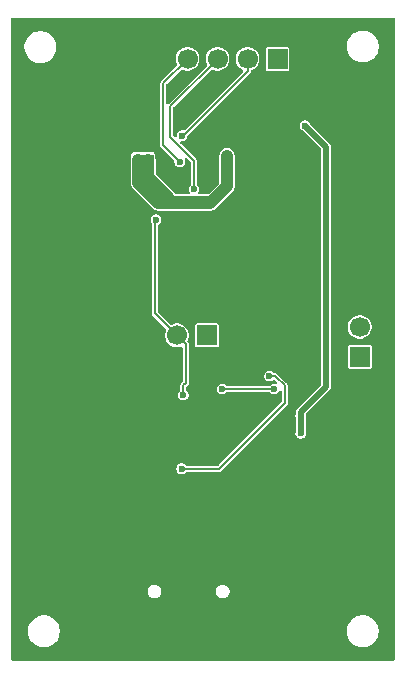
<source format=gbr>
%TF.GenerationSoftware,KiCad,Pcbnew,9.0.3*%
%TF.CreationDate,2025-08-03T17:59:23+05:30*%
%TF.ProjectId,BatteryCharger_FuelGauge_Breakout_Board,42617474-6572-4794-9368-61726765725f,rev?*%
%TF.SameCoordinates,Original*%
%TF.FileFunction,Copper,L2,Bot*%
%TF.FilePolarity,Positive*%
%FSLAX46Y46*%
G04 Gerber Fmt 4.6, Leading zero omitted, Abs format (unit mm)*
G04 Created by KiCad (PCBNEW 9.0.3) date 2025-08-03 17:59:23*
%MOMM*%
%LPD*%
G01*
G04 APERTURE LIST*
%TA.AperFunction,Conductor*%
%ADD10C,0.100000*%
%TD*%
%TA.AperFunction,ComponentPad*%
%ADD11R,1.700000X1.700000*%
%TD*%
%TA.AperFunction,ComponentPad*%
%ADD12C,1.700000*%
%TD*%
%TA.AperFunction,HeatsinkPad*%
%ADD13O,1.000000X2.100000*%
%TD*%
%TA.AperFunction,HeatsinkPad*%
%ADD14O,1.000000X1.800000*%
%TD*%
%TA.AperFunction,ComponentPad*%
%ADD15C,0.300000*%
%TD*%
%TA.AperFunction,ViaPad*%
%ADD16C,0.600000*%
%TD*%
%TA.AperFunction,Conductor*%
%ADD17C,0.200000*%
%TD*%
%TA.AperFunction,Conductor*%
%ADD18C,0.500000*%
%TD*%
%TA.AperFunction,Conductor*%
%ADD19C,1.000000*%
%TD*%
G04 APERTURE END LIST*
D10*
%TO.N,VDDEx*%
X136200000Y-92450000D02*
X134600000Y-92450000D01*
X134600000Y-91650000D01*
X136200000Y-91650000D01*
X136200000Y-92450000D01*
%TA.AperFunction,Conductor*%
G36*
X136200000Y-92450000D02*
G01*
X134600000Y-92450000D01*
X134600000Y-91650000D01*
X136200000Y-91650000D01*
X136200000Y-92450000D01*
G37*
%TD.AperFunction*%
%TD*%
D11*
%TO.P,J1,1,Pin_1*%
%TO.N,VDDE*%
X146780000Y-83550000D03*
D12*
%TO.P,J1,2,Pin_2*%
%TO.N,/GPOUT*%
X144240000Y-83550000D03*
%TO.P,J1,3,Pin_3*%
%TO.N,/SCL*%
X141700000Y-83550000D03*
%TO.P,J1,4,Pin_4*%
%TO.N,/SDA*%
X139160000Y-83550000D03*
%TO.P,J1,5,Pin_5*%
%TO.N,GNDREF*%
X136620000Y-83550000D03*
%TD*%
D13*
%TO.P,J3,S1,SHIELD*%
%TO.N,GNDREF*%
X134930000Y-128145000D03*
D14*
X134930000Y-132325000D03*
D13*
X143570000Y-128145000D03*
D14*
X143570000Y-132325000D03*
%TD*%
D11*
%TO.P,J4,1,Pin_1*%
%TO.N,/~{CHG}*%
X153750000Y-108790000D03*
D12*
%TO.P,J4,2,Pin_2*%
%TO.N,/~{PG}*%
X153750000Y-106250000D03*
%TO.P,J4,3,Pin_3*%
%TO.N,GNDREF*%
X153750000Y-103710000D03*
%TD*%
D11*
%TO.P,J2,1,Pin_1*%
%TO.N,+BATT*%
X140800000Y-106950000D03*
D12*
%TO.P,J2,2,Pin_2*%
%TO.N,/BIN*%
X138260000Y-106950000D03*
%TO.P,J2,3,Pin_3*%
%TO.N,GNDREF*%
X135720000Y-106950000D03*
%TD*%
D15*
%TO.P,U2,11,EPAD*%
%TO.N,GNDREF*%
X138750000Y-114000000D03*
X139750000Y-114000000D03*
%TD*%
D16*
%TO.N,GNDREF*%
X139500000Y-88000000D03*
X138200000Y-102050000D03*
X133000000Y-107000000D03*
X150000000Y-122500000D03*
X130000000Y-127500000D03*
X138010000Y-104660000D03*
X137700000Y-99350000D03*
X125000000Y-115000000D03*
X144000000Y-103000000D03*
X125000000Y-120000000D03*
X130500000Y-91500000D03*
X143950000Y-94550000D03*
X140750000Y-114000000D03*
X142000000Y-132325000D03*
X125000000Y-100000000D03*
X133000000Y-103000000D03*
X133000000Y-105000000D03*
X138187500Y-103350000D03*
X138400000Y-99350000D03*
X125000000Y-85000000D03*
X144000000Y-108000000D03*
X135000000Y-90000000D03*
X130500000Y-95500000D03*
X139500000Y-132325000D03*
X145000000Y-119600000D03*
X141000000Y-86000000D03*
X149000000Y-82500000D03*
X131500000Y-120000000D03*
X135400000Y-126400000D03*
X135000000Y-87500000D03*
X147600000Y-127175000D03*
X137200000Y-99850000D03*
X146300000Y-118200000D03*
X125000000Y-105000000D03*
X125000000Y-95000000D03*
X144000000Y-105500000D03*
X131500000Y-124000000D03*
X143000000Y-126400000D03*
X138400000Y-99950000D03*
X147500000Y-81500000D03*
X143950000Y-95800000D03*
X156000000Y-95000000D03*
X144000000Y-100000000D03*
X147600000Y-125900000D03*
X134500000Y-111000000D03*
X145000000Y-113250000D03*
X149000000Y-86500000D03*
X138350000Y-98700000D03*
X156000000Y-100000000D03*
X138500000Y-81500000D03*
X156000000Y-115000000D03*
X135000000Y-85500000D03*
X150000000Y-117500000D03*
X130000000Y-117500000D03*
X131500000Y-126000000D03*
X133500000Y-83600000D03*
X130000000Y-122500000D03*
X144500000Y-81500000D03*
X146200000Y-116500000D03*
X144500000Y-86500000D03*
X150000000Y-132500000D03*
X132500000Y-132500000D03*
X137100000Y-102150000D03*
X134500000Y-109500000D03*
X156000000Y-90000000D03*
X141500000Y-81500000D03*
X156000000Y-120000000D03*
X125000000Y-125000000D03*
X145000000Y-121100000D03*
X135000000Y-81600000D03*
X156000000Y-105000000D03*
X134900000Y-104650000D03*
X134950000Y-103500000D03*
X135200000Y-83550000D03*
X156000000Y-130127397D03*
X149000000Y-92500000D03*
X136500000Y-132325000D03*
X149000000Y-95500000D03*
X125000000Y-110000000D03*
X146500000Y-98000000D03*
X135950000Y-109550000D03*
X137750000Y-114000000D03*
X149000000Y-84500000D03*
X156000000Y-85000000D03*
X146000000Y-132500000D03*
X125000000Y-130000000D03*
X150000000Y-126000000D03*
X145000000Y-122400000D03*
X131500000Y-122000000D03*
X135000000Y-117000000D03*
X133250000Y-118750000D03*
X130500000Y-99500000D03*
X133500000Y-126000000D03*
X145000000Y-126000000D03*
X125000000Y-90000000D03*
X150000000Y-127500000D03*
X156000000Y-125000000D03*
X130500000Y-87500000D03*
%TO.N,/GPOUT*%
X138700000Y-90050000D03*
%TO.N,/SCL*%
X139700000Y-94550000D03*
%TO.N,/SDA*%
X138500000Y-92250000D03*
%TO.N,/BIN*%
X138800000Y-112000000D03*
X136500000Y-97150000D03*
%TO.N,VDDEx*%
X135800000Y-92150000D03*
X148750000Y-113750000D03*
X142500000Y-91750000D03*
X142500000Y-93350000D03*
X148750000Y-115250000D03*
X149100000Y-89200000D03*
X135000000Y-92150000D03*
X142500000Y-92550000D03*
%TO.N,Net-(D1-A1)*%
X138650000Y-118250000D03*
X146100000Y-110400000D03*
%TO.N,/~{CHG}*%
X142100000Y-111500000D03*
X146500000Y-111500000D03*
%TD*%
D17*
%TO.N,/GPOUT*%
X144300000Y-84550000D02*
X144240000Y-84490000D01*
X144240000Y-84490000D02*
X144240000Y-83550000D01*
X138700000Y-90050000D02*
X138800000Y-90050000D01*
X138800000Y-90050000D02*
X144300000Y-84550000D01*
%TO.N,/SCL*%
X139700000Y-92177991D02*
X137698000Y-90175991D01*
X139700000Y-94550000D02*
X139700000Y-92177991D01*
X137698000Y-90175991D02*
X137698000Y-87552000D01*
X137698000Y-87552000D02*
X141700000Y-83550000D01*
%TO.N,/SDA*%
X137100000Y-90850000D02*
X137100000Y-85610000D01*
X138500000Y-92250000D02*
X137100000Y-90850000D01*
X137100000Y-85610000D02*
X139160000Y-83550000D01*
%TO.N,/BIN*%
X136400000Y-105090000D02*
X138260000Y-106950000D01*
X136400000Y-97250000D02*
X136400000Y-105090000D01*
X139000000Y-111000000D02*
X139000000Y-107690000D01*
X139000000Y-107690000D02*
X138260000Y-106950000D01*
X138800000Y-112000000D02*
X138800000Y-111200000D01*
X138800000Y-111200000D02*
X139000000Y-111000000D01*
X136500000Y-97150000D02*
X136400000Y-97250000D01*
D18*
%TO.N,VDDEx*%
X150900000Y-111300000D02*
X150900000Y-91000000D01*
D19*
X135000000Y-94050000D02*
X136700000Y-95750000D01*
X136700000Y-95750000D02*
X141100000Y-95750000D01*
D17*
X141200000Y-95250000D02*
X142500000Y-93950000D01*
D18*
X148750000Y-113450000D02*
X150900000Y-111300000D01*
D19*
X142500000Y-94350000D02*
X142500000Y-91750000D01*
X141100000Y-95750000D02*
X142500000Y-94350000D01*
D17*
X137500000Y-95250000D02*
X141200000Y-95250000D01*
D19*
X135800000Y-93550000D02*
X137500000Y-95250000D01*
D17*
X142500000Y-93950000D02*
X142500000Y-93350000D01*
D19*
X135800000Y-92150000D02*
X135800000Y-93550000D01*
D18*
X148750000Y-113750000D02*
X148750000Y-115250000D01*
X150900000Y-91000000D02*
X149100000Y-89200000D01*
X148750000Y-113750000D02*
X148750000Y-113450000D01*
D19*
X135000000Y-92150000D02*
X135000000Y-94050000D01*
D17*
X135000000Y-92150000D02*
X135000000Y-91850000D01*
%TO.N,Net-(D1-A1)*%
X146600000Y-110400000D02*
X146100000Y-110400000D01*
X147400000Y-112700000D02*
X147400000Y-111200000D01*
X147400000Y-111200000D02*
X146600000Y-110400000D01*
X138650000Y-118250000D02*
X141850000Y-118250000D01*
X141850000Y-118250000D02*
X147400000Y-112700000D01*
%TO.N,/~{CHG}*%
X142100000Y-111500000D02*
X146500000Y-111500000D01*
%TD*%
%TA.AperFunction,Conductor*%
%TO.N,GNDREF*%
G36*
X156642539Y-80070185D02*
G01*
X156688294Y-80122989D01*
X156699500Y-80174500D01*
X156699500Y-134375500D01*
X156679815Y-134442539D01*
X156627011Y-134488294D01*
X156575500Y-134499500D01*
X124324500Y-134499500D01*
X124257461Y-134479815D01*
X124211706Y-134427011D01*
X124200500Y-134375500D01*
X124200500Y-131893713D01*
X125649500Y-131893713D01*
X125649500Y-132106286D01*
X125682753Y-132316239D01*
X125748444Y-132518414D01*
X125844951Y-132707820D01*
X125969890Y-132879786D01*
X126120213Y-133030109D01*
X126292179Y-133155048D01*
X126292181Y-133155049D01*
X126292184Y-133155051D01*
X126481588Y-133251557D01*
X126683757Y-133317246D01*
X126893713Y-133350500D01*
X126893714Y-133350500D01*
X127106286Y-133350500D01*
X127106287Y-133350500D01*
X127316243Y-133317246D01*
X127518412Y-133251557D01*
X127707816Y-133155051D01*
X127729789Y-133139086D01*
X127879786Y-133030109D01*
X127879788Y-133030106D01*
X127879792Y-133030104D01*
X128030104Y-132879792D01*
X128030106Y-132879788D01*
X128030109Y-132879786D01*
X128155048Y-132707820D01*
X128155047Y-132707820D01*
X128155051Y-132707816D01*
X128251557Y-132518412D01*
X128317246Y-132316243D01*
X128350500Y-132106287D01*
X128350500Y-131893713D01*
X152649500Y-131893713D01*
X152649500Y-132106286D01*
X152682753Y-132316239D01*
X152748444Y-132518414D01*
X152844951Y-132707820D01*
X152969890Y-132879786D01*
X153120213Y-133030109D01*
X153292179Y-133155048D01*
X153292181Y-133155049D01*
X153292184Y-133155051D01*
X153481588Y-133251557D01*
X153683757Y-133317246D01*
X153893713Y-133350500D01*
X153893714Y-133350500D01*
X154106286Y-133350500D01*
X154106287Y-133350500D01*
X154316243Y-133317246D01*
X154518412Y-133251557D01*
X154707816Y-133155051D01*
X154729789Y-133139086D01*
X154879786Y-133030109D01*
X154879788Y-133030106D01*
X154879792Y-133030104D01*
X155030104Y-132879792D01*
X155030106Y-132879788D01*
X155030109Y-132879786D01*
X155155048Y-132707820D01*
X155155047Y-132707820D01*
X155155051Y-132707816D01*
X155251557Y-132518412D01*
X155317246Y-132316243D01*
X155350500Y-132106287D01*
X155350500Y-131893713D01*
X155317246Y-131683757D01*
X155251557Y-131481588D01*
X155155051Y-131292184D01*
X155155049Y-131292181D01*
X155155048Y-131292179D01*
X155030109Y-131120213D01*
X154879786Y-130969890D01*
X154707820Y-130844951D01*
X154518414Y-130748444D01*
X154518413Y-130748443D01*
X154518412Y-130748443D01*
X154316243Y-130682754D01*
X154316241Y-130682753D01*
X154316240Y-130682753D01*
X154154957Y-130657208D01*
X154106287Y-130649500D01*
X153893713Y-130649500D01*
X153845042Y-130657208D01*
X153683760Y-130682753D01*
X153481585Y-130748444D01*
X153292179Y-130844951D01*
X153120213Y-130969890D01*
X152969890Y-131120213D01*
X152844951Y-131292179D01*
X152748444Y-131481585D01*
X152682753Y-131683760D01*
X152649500Y-131893713D01*
X128350500Y-131893713D01*
X128317246Y-131683757D01*
X128251557Y-131481588D01*
X128155051Y-131292184D01*
X128155049Y-131292181D01*
X128155048Y-131292179D01*
X128030109Y-131120213D01*
X127879786Y-130969890D01*
X127707820Y-130844951D01*
X127518414Y-130748444D01*
X127518413Y-130748443D01*
X127518412Y-130748443D01*
X127316243Y-130682754D01*
X127316241Y-130682753D01*
X127316240Y-130682753D01*
X127154957Y-130657208D01*
X127106287Y-130649500D01*
X126893713Y-130649500D01*
X126845042Y-130657208D01*
X126683760Y-130682753D01*
X126481585Y-130748444D01*
X126292179Y-130844951D01*
X126120213Y-130969890D01*
X125969890Y-131120213D01*
X125844951Y-131292179D01*
X125748444Y-131481585D01*
X125682753Y-131683760D01*
X125649500Y-131893713D01*
X124200500Y-131893713D01*
X124200500Y-128569234D01*
X135784500Y-128569234D01*
X135784500Y-128720765D01*
X135823719Y-128867136D01*
X135861602Y-128932750D01*
X135899485Y-128998365D01*
X136006635Y-129105515D01*
X136137865Y-129181281D01*
X136284234Y-129220500D01*
X136284236Y-129220500D01*
X136435764Y-129220500D01*
X136435766Y-129220500D01*
X136582135Y-129181281D01*
X136713365Y-129105515D01*
X136820515Y-128998365D01*
X136896281Y-128867135D01*
X136935500Y-128720766D01*
X136935500Y-128569234D01*
X141564500Y-128569234D01*
X141564500Y-128720765D01*
X141603719Y-128867136D01*
X141641602Y-128932750D01*
X141679485Y-128998365D01*
X141786635Y-129105515D01*
X141917865Y-129181281D01*
X142064234Y-129220500D01*
X142064236Y-129220500D01*
X142215764Y-129220500D01*
X142215766Y-129220500D01*
X142362135Y-129181281D01*
X142493365Y-129105515D01*
X142600515Y-128998365D01*
X142676281Y-128867135D01*
X142715500Y-128720766D01*
X142715500Y-128569234D01*
X142676281Y-128422865D01*
X142600515Y-128291635D01*
X142493365Y-128184485D01*
X142427750Y-128146602D01*
X142362136Y-128108719D01*
X142288950Y-128089109D01*
X142215766Y-128069500D01*
X142064234Y-128069500D01*
X141917863Y-128108719D01*
X141786635Y-128184485D01*
X141786632Y-128184487D01*
X141679487Y-128291632D01*
X141679485Y-128291635D01*
X141603719Y-128422863D01*
X141564500Y-128569234D01*
X136935500Y-128569234D01*
X136896281Y-128422865D01*
X136820515Y-128291635D01*
X136713365Y-128184485D01*
X136647750Y-128146602D01*
X136582136Y-128108719D01*
X136508950Y-128089109D01*
X136435766Y-128069500D01*
X136284234Y-128069500D01*
X136137863Y-128108719D01*
X136006635Y-128184485D01*
X136006632Y-128184487D01*
X135899487Y-128291632D01*
X135899485Y-128291635D01*
X135823719Y-128422863D01*
X135784500Y-128569234D01*
X124200500Y-128569234D01*
X124200500Y-118190691D01*
X138199500Y-118190691D01*
X138199500Y-118309309D01*
X138230201Y-118423886D01*
X138289511Y-118526613D01*
X138373387Y-118610489D01*
X138476114Y-118669799D01*
X138590691Y-118700500D01*
X138590694Y-118700500D01*
X138709306Y-118700500D01*
X138709309Y-118700500D01*
X138823886Y-118669799D01*
X138926613Y-118610489D01*
X139000283Y-118536819D01*
X139061606Y-118503334D01*
X139087964Y-118500500D01*
X141899826Y-118500500D01*
X141899828Y-118500500D01*
X141991897Y-118462364D01*
X146763570Y-113690691D01*
X148299500Y-113690691D01*
X148299500Y-113809309D01*
X148330201Y-113923886D01*
X148332886Y-113928537D01*
X148349500Y-113990537D01*
X148349500Y-115009461D01*
X148332889Y-115071458D01*
X148330202Y-115076111D01*
X148330201Y-115076112D01*
X148314850Y-115133402D01*
X148299500Y-115190691D01*
X148299500Y-115309309D01*
X148330201Y-115423886D01*
X148389511Y-115526613D01*
X148473387Y-115610489D01*
X148576114Y-115669799D01*
X148690691Y-115700500D01*
X148690694Y-115700500D01*
X148809306Y-115700500D01*
X148809309Y-115700500D01*
X148923886Y-115669799D01*
X149026613Y-115610489D01*
X149110489Y-115526613D01*
X149169799Y-115423886D01*
X149200500Y-115309309D01*
X149200500Y-115190691D01*
X149169799Y-115076114D01*
X149167111Y-115071458D01*
X149150500Y-115009461D01*
X149150500Y-113990537D01*
X149167113Y-113928537D01*
X149169799Y-113923886D01*
X149200500Y-113809309D01*
X149200500Y-113690691D01*
X149192656Y-113661418D01*
X149194317Y-113591569D01*
X149224747Y-113541644D01*
X151220480Y-111545913D01*
X151273207Y-111454588D01*
X151300500Y-111352727D01*
X151300500Y-111247273D01*
X151300500Y-109654822D01*
X152749499Y-109654822D01*
X152758231Y-109698717D01*
X152758232Y-109698721D01*
X152758233Y-109698722D01*
X152791496Y-109748504D01*
X152841278Y-109781767D01*
X152841281Y-109781767D01*
X152841282Y-109781768D01*
X152885177Y-109790500D01*
X152885180Y-109790500D01*
X154614822Y-109790500D01*
X154658717Y-109781768D01*
X154658717Y-109781767D01*
X154658722Y-109781767D01*
X154708504Y-109748504D01*
X154741767Y-109698722D01*
X154750500Y-109654820D01*
X154750500Y-107925180D01*
X154750500Y-107925177D01*
X154741768Y-107881282D01*
X154741767Y-107881281D01*
X154741767Y-107881278D01*
X154708504Y-107831496D01*
X154708503Y-107831495D01*
X154658724Y-107798234D01*
X154658717Y-107798231D01*
X154614822Y-107789500D01*
X154614820Y-107789500D01*
X152885180Y-107789500D01*
X152885178Y-107789500D01*
X152841282Y-107798231D01*
X152841275Y-107798234D01*
X152791496Y-107831495D01*
X152791495Y-107831496D01*
X152758234Y-107881275D01*
X152758231Y-107881282D01*
X152749500Y-107925177D01*
X152749500Y-107925180D01*
X152749500Y-109654820D01*
X152749500Y-109654822D01*
X152749499Y-109654822D01*
X151300500Y-109654822D01*
X151300500Y-106348543D01*
X152749499Y-106348543D01*
X152787947Y-106541829D01*
X152787950Y-106541839D01*
X152863364Y-106723907D01*
X152863371Y-106723920D01*
X152972860Y-106887781D01*
X152972863Y-106887785D01*
X153112214Y-107027136D01*
X153112218Y-107027139D01*
X153276079Y-107136628D01*
X153276092Y-107136635D01*
X153458160Y-107212049D01*
X153458165Y-107212051D01*
X153458169Y-107212051D01*
X153458170Y-107212052D01*
X153651456Y-107250500D01*
X153651459Y-107250500D01*
X153848543Y-107250500D01*
X153978582Y-107224632D01*
X154041835Y-107212051D01*
X154223914Y-107136632D01*
X154387782Y-107027139D01*
X154527139Y-106887782D01*
X154636632Y-106723914D01*
X154712051Y-106541835D01*
X154732807Y-106437487D01*
X154750500Y-106348543D01*
X154750500Y-106151456D01*
X154712052Y-105958170D01*
X154712051Y-105958169D01*
X154712051Y-105958165D01*
X154708462Y-105949500D01*
X154636635Y-105776092D01*
X154636628Y-105776079D01*
X154527139Y-105612218D01*
X154527136Y-105612214D01*
X154387785Y-105472863D01*
X154387781Y-105472860D01*
X154223920Y-105363371D01*
X154223907Y-105363364D01*
X154041839Y-105287950D01*
X154041829Y-105287947D01*
X153848543Y-105249500D01*
X153848541Y-105249500D01*
X153651459Y-105249500D01*
X153651457Y-105249500D01*
X153458170Y-105287947D01*
X153458160Y-105287950D01*
X153276092Y-105363364D01*
X153276079Y-105363371D01*
X153112218Y-105472860D01*
X153112214Y-105472863D01*
X152972863Y-105612214D01*
X152972860Y-105612218D01*
X152863371Y-105776079D01*
X152863364Y-105776092D01*
X152787950Y-105958160D01*
X152787947Y-105958170D01*
X152749500Y-106151456D01*
X152749500Y-106151459D01*
X152749500Y-106348541D01*
X152749500Y-106348543D01*
X152749499Y-106348543D01*
X151300500Y-106348543D01*
X151300500Y-90947273D01*
X151273207Y-90845413D01*
X151220480Y-90754087D01*
X151145913Y-90679520D01*
X149553283Y-89086890D01*
X149521188Y-89031298D01*
X149519799Y-89026114D01*
X149519798Y-89026112D01*
X149460489Y-88923387D01*
X149376613Y-88839511D01*
X149273886Y-88780201D01*
X149159309Y-88749500D01*
X149040691Y-88749500D01*
X148926114Y-88780201D01*
X148926112Y-88780201D01*
X148926112Y-88780202D01*
X148823387Y-88839511D01*
X148823384Y-88839513D01*
X148739513Y-88923384D01*
X148739511Y-88923387D01*
X148680201Y-89026114D01*
X148649500Y-89140691D01*
X148649500Y-89259309D01*
X148680201Y-89373886D01*
X148739511Y-89476613D01*
X148823387Y-89560489D01*
X148908981Y-89609907D01*
X148926114Y-89619799D01*
X148931298Y-89621188D01*
X148986890Y-89653283D01*
X150463181Y-91129574D01*
X150496666Y-91190897D01*
X150499500Y-91217255D01*
X150499500Y-111082745D01*
X150479815Y-111149784D01*
X150463181Y-111170426D01*
X148429522Y-113204084D01*
X148429520Y-113204087D01*
X148376794Y-113295410D01*
X148351581Y-113389508D01*
X148351580Y-113389512D01*
X148349500Y-113397273D01*
X148349500Y-113509461D01*
X148349339Y-113510061D01*
X148344630Y-113543871D01*
X148340438Y-113558381D01*
X148330201Y-113576114D01*
X148299500Y-113690691D01*
X146763570Y-113690691D01*
X147612364Y-112841897D01*
X147650500Y-112749828D01*
X147650500Y-112650172D01*
X147650500Y-111150172D01*
X147612364Y-111058103D01*
X147541897Y-110987636D01*
X147534832Y-110980571D01*
X147534825Y-110980565D01*
X146741897Y-110187636D01*
X146649829Y-110149500D01*
X146649828Y-110149500D01*
X146537964Y-110149500D01*
X146470925Y-110129815D01*
X146450283Y-110113181D01*
X146376615Y-110039513D01*
X146376613Y-110039511D01*
X146273886Y-109980201D01*
X146159309Y-109949500D01*
X146040691Y-109949500D01*
X145926114Y-109980201D01*
X145926112Y-109980201D01*
X145926112Y-109980202D01*
X145823387Y-110039511D01*
X145823384Y-110039513D01*
X145739513Y-110123384D01*
X145739511Y-110123387D01*
X145724435Y-110149500D01*
X145680201Y-110226114D01*
X145649500Y-110340691D01*
X145649500Y-110459309D01*
X145680201Y-110573886D01*
X145739511Y-110676613D01*
X145823387Y-110760489D01*
X145926114Y-110819799D01*
X146040691Y-110850500D01*
X146040694Y-110850500D01*
X146159306Y-110850500D01*
X146159309Y-110850500D01*
X146273886Y-110819799D01*
X146376613Y-110760489D01*
X146403741Y-110733360D01*
X146411684Y-110729023D01*
X146417110Y-110721776D01*
X146441865Y-110712542D01*
X146465060Y-110699877D01*
X146474091Y-110700522D01*
X146482574Y-110697359D01*
X146508395Y-110702976D01*
X146534752Y-110704861D01*
X146543805Y-110710679D01*
X146550847Y-110712211D01*
X146579101Y-110733362D01*
X146690968Y-110845229D01*
X146724453Y-110906552D01*
X146719469Y-110976244D01*
X146677597Y-111032177D01*
X146612133Y-111056594D01*
X146571196Y-111052685D01*
X146559309Y-111049500D01*
X146440691Y-111049500D01*
X146326114Y-111080201D01*
X146326112Y-111080201D01*
X146326112Y-111080202D01*
X146223387Y-111139511D01*
X146223384Y-111139513D01*
X146149717Y-111213181D01*
X146088394Y-111246666D01*
X146062036Y-111249500D01*
X142537964Y-111249500D01*
X142470925Y-111229815D01*
X142450283Y-111213181D01*
X142376615Y-111139513D01*
X142376613Y-111139511D01*
X142273886Y-111080201D01*
X142159309Y-111049500D01*
X142040691Y-111049500D01*
X141926114Y-111080201D01*
X141926112Y-111080201D01*
X141926112Y-111080202D01*
X141823387Y-111139511D01*
X141823384Y-111139513D01*
X141739513Y-111223384D01*
X141739511Y-111223387D01*
X141724435Y-111249500D01*
X141680201Y-111326114D01*
X141649500Y-111440691D01*
X141649500Y-111559309D01*
X141680201Y-111673886D01*
X141739511Y-111776613D01*
X141823387Y-111860489D01*
X141926114Y-111919799D01*
X142040691Y-111950500D01*
X142040694Y-111950500D01*
X142159306Y-111950500D01*
X142159309Y-111950500D01*
X142273886Y-111919799D01*
X142376613Y-111860489D01*
X142450283Y-111786819D01*
X142511606Y-111753334D01*
X142537964Y-111750500D01*
X146062036Y-111750500D01*
X146129075Y-111770185D01*
X146149717Y-111786819D01*
X146223387Y-111860489D01*
X146326114Y-111919799D01*
X146440691Y-111950500D01*
X146440694Y-111950500D01*
X146559306Y-111950500D01*
X146559309Y-111950500D01*
X146673886Y-111919799D01*
X146776613Y-111860489D01*
X146860489Y-111776613D01*
X146918113Y-111676805D01*
X146968681Y-111628591D01*
X147037288Y-111615369D01*
X147102152Y-111641337D01*
X147142680Y-111698251D01*
X147149500Y-111738807D01*
X147149500Y-112544877D01*
X147129815Y-112611916D01*
X147113181Y-112632558D01*
X141782558Y-117963181D01*
X141721235Y-117996666D01*
X141694877Y-117999500D01*
X139087964Y-117999500D01*
X139020925Y-117979815D01*
X139000283Y-117963181D01*
X138926615Y-117889513D01*
X138926613Y-117889511D01*
X138823886Y-117830201D01*
X138709309Y-117799500D01*
X138590691Y-117799500D01*
X138476114Y-117830201D01*
X138476112Y-117830201D01*
X138476112Y-117830202D01*
X138373387Y-117889511D01*
X138373384Y-117889513D01*
X138289513Y-117973384D01*
X138289511Y-117973387D01*
X138274435Y-117999500D01*
X138230201Y-118076114D01*
X138199500Y-118190691D01*
X124200500Y-118190691D01*
X124200500Y-97090691D01*
X136049500Y-97090691D01*
X136049500Y-97209309D01*
X136080201Y-97323886D01*
X136132887Y-97415140D01*
X136149500Y-97477140D01*
X136149500Y-105139829D01*
X136187636Y-105231897D01*
X137331903Y-106376164D01*
X137365388Y-106437487D01*
X137360404Y-106507179D01*
X137358783Y-106511297D01*
X137297950Y-106658160D01*
X137297947Y-106658170D01*
X137259500Y-106851456D01*
X137259500Y-106851459D01*
X137259500Y-107048541D01*
X137259500Y-107048543D01*
X137259499Y-107048543D01*
X137297947Y-107241829D01*
X137297950Y-107241839D01*
X137373364Y-107423907D01*
X137373371Y-107423920D01*
X137482860Y-107587781D01*
X137482863Y-107587785D01*
X137622214Y-107727136D01*
X137622218Y-107727139D01*
X137786079Y-107836628D01*
X137786092Y-107836635D01*
X137968160Y-107912049D01*
X137968165Y-107912051D01*
X137968169Y-107912051D01*
X137968170Y-107912052D01*
X138161456Y-107950500D01*
X138161459Y-107950500D01*
X138358543Y-107950500D01*
X138488582Y-107924632D01*
X138551835Y-107912051D01*
X138578049Y-107901192D01*
X138647515Y-107893724D01*
X138709995Y-107924998D01*
X138745648Y-107985087D01*
X138749500Y-108015754D01*
X138749500Y-110844875D01*
X138740856Y-110874311D01*
X138734333Y-110904301D01*
X138730577Y-110909317D01*
X138729815Y-110911914D01*
X138713182Y-110932556D01*
X138695569Y-110950169D01*
X138658103Y-110987635D01*
X138640661Y-111005078D01*
X138587636Y-111058103D01*
X138549500Y-111150170D01*
X138549500Y-111562035D01*
X138529815Y-111629074D01*
X138513182Y-111649716D01*
X138439511Y-111723387D01*
X138408780Y-111776615D01*
X138380201Y-111826114D01*
X138349500Y-111940691D01*
X138349500Y-112059309D01*
X138380201Y-112173886D01*
X138439511Y-112276613D01*
X138523387Y-112360489D01*
X138626114Y-112419799D01*
X138740691Y-112450500D01*
X138740694Y-112450500D01*
X138859306Y-112450500D01*
X138859309Y-112450500D01*
X138973886Y-112419799D01*
X139076613Y-112360489D01*
X139160489Y-112276613D01*
X139219799Y-112173886D01*
X139250500Y-112059309D01*
X139250500Y-111940691D01*
X139219799Y-111826114D01*
X139160489Y-111723387D01*
X139086818Y-111649716D01*
X139072113Y-111622785D01*
X139055523Y-111596970D01*
X139054631Y-111590767D01*
X139053334Y-111588392D01*
X139050500Y-111562035D01*
X139050500Y-111355122D01*
X139070185Y-111288083D01*
X139086818Y-111267442D01*
X139124453Y-111229806D01*
X139124457Y-111229803D01*
X139141896Y-111212364D01*
X139141897Y-111212364D01*
X139212364Y-111141897D01*
X139247072Y-111058104D01*
X139250501Y-111049827D01*
X139250501Y-110950172D01*
X139250500Y-110950169D01*
X139250500Y-107814822D01*
X139799499Y-107814822D01*
X139808231Y-107858717D01*
X139808232Y-107858721D01*
X139808233Y-107858722D01*
X139841496Y-107908504D01*
X139891278Y-107941767D01*
X139891281Y-107941767D01*
X139891282Y-107941768D01*
X139935177Y-107950500D01*
X139935180Y-107950500D01*
X141664822Y-107950500D01*
X141708717Y-107941768D01*
X141708717Y-107941767D01*
X141708722Y-107941767D01*
X141758504Y-107908504D01*
X141791767Y-107858722D01*
X141800500Y-107814820D01*
X141800500Y-106085180D01*
X141800500Y-106085177D01*
X141791768Y-106041282D01*
X141791767Y-106041281D01*
X141791767Y-106041278D01*
X141758504Y-105991496D01*
X141753197Y-105987950D01*
X141708724Y-105958234D01*
X141708717Y-105958231D01*
X141664822Y-105949500D01*
X141664820Y-105949500D01*
X139935180Y-105949500D01*
X139935178Y-105949500D01*
X139891282Y-105958231D01*
X139891275Y-105958234D01*
X139841496Y-105991495D01*
X139841495Y-105991496D01*
X139808234Y-106041275D01*
X139808231Y-106041282D01*
X139799500Y-106085177D01*
X139799500Y-106085180D01*
X139799500Y-107814820D01*
X139799500Y-107814822D01*
X139799499Y-107814822D01*
X139250500Y-107814822D01*
X139250500Y-107640172D01*
X139212364Y-107548103D01*
X139188097Y-107523836D01*
X139154612Y-107462513D01*
X139159596Y-107392821D01*
X139161217Y-107388703D01*
X139222049Y-107241839D01*
X139222051Y-107241835D01*
X139242977Y-107136635D01*
X139260500Y-107048543D01*
X139260500Y-106851456D01*
X139222052Y-106658170D01*
X139222051Y-106658169D01*
X139222051Y-106658165D01*
X139173866Y-106541835D01*
X139146635Y-106476092D01*
X139146628Y-106476079D01*
X139037139Y-106312218D01*
X139037136Y-106312214D01*
X138897785Y-106172863D01*
X138897782Y-106172861D01*
X138733920Y-106063371D01*
X138733907Y-106063364D01*
X138551839Y-105987950D01*
X138551829Y-105987947D01*
X138358543Y-105949500D01*
X138358541Y-105949500D01*
X138161459Y-105949500D01*
X138161457Y-105949500D01*
X137968170Y-105987947D01*
X137968160Y-105987950D01*
X137821297Y-106048783D01*
X137751828Y-106056252D01*
X137689349Y-106024977D01*
X137686164Y-106021903D01*
X136686819Y-105022558D01*
X136653334Y-104961235D01*
X136650500Y-104934877D01*
X136650500Y-97654892D01*
X136670185Y-97587853D01*
X136712500Y-97547505D01*
X136713691Y-97546817D01*
X136776613Y-97510489D01*
X136860489Y-97426613D01*
X136919799Y-97323886D01*
X136950500Y-97209309D01*
X136950500Y-97090691D01*
X136919799Y-96976114D01*
X136860489Y-96873387D01*
X136776613Y-96789511D01*
X136673886Y-96730201D01*
X136559309Y-96699500D01*
X136440691Y-96699500D01*
X136326114Y-96730201D01*
X136326112Y-96730201D01*
X136326112Y-96730202D01*
X136223387Y-96789511D01*
X136223384Y-96789513D01*
X136139513Y-96873384D01*
X136139511Y-96873387D01*
X136080201Y-96976114D01*
X136049500Y-97090691D01*
X124200500Y-97090691D01*
X124200500Y-92085931D01*
X134349500Y-92085931D01*
X134349500Y-94114069D01*
X134359107Y-94162364D01*
X134374499Y-94239744D01*
X134423535Y-94358127D01*
X134494723Y-94464669D01*
X134494726Y-94464673D01*
X136285326Y-96255273D01*
X136285329Y-96255275D01*
X136285331Y-96255277D01*
X136391873Y-96326465D01*
X136510256Y-96375501D01*
X136510260Y-96375501D01*
X136510261Y-96375502D01*
X136635928Y-96400500D01*
X136635931Y-96400500D01*
X141164071Y-96400500D01*
X141248615Y-96383682D01*
X141289744Y-96375501D01*
X141408127Y-96326465D01*
X141514669Y-96255277D01*
X143005277Y-94764669D01*
X143076465Y-94658127D01*
X143125501Y-94539744D01*
X143133949Y-94497273D01*
X143150500Y-94414069D01*
X143150500Y-91685931D01*
X143150500Y-91685928D01*
X143125502Y-91560261D01*
X143125501Y-91560260D01*
X143125501Y-91560256D01*
X143076465Y-91441873D01*
X143076464Y-91441872D01*
X143076461Y-91441866D01*
X143005276Y-91335331D01*
X143005273Y-91335327D01*
X142914672Y-91244726D01*
X142914668Y-91244723D01*
X142808133Y-91173538D01*
X142808124Y-91173533D01*
X142689744Y-91124499D01*
X142689738Y-91124497D01*
X142564071Y-91099500D01*
X142564069Y-91099500D01*
X142435931Y-91099500D01*
X142435929Y-91099500D01*
X142310261Y-91124497D01*
X142310255Y-91124499D01*
X142191875Y-91173533D01*
X142191866Y-91173538D01*
X142085331Y-91244723D01*
X142085327Y-91244726D01*
X141994726Y-91335327D01*
X141994723Y-91335331D01*
X141923538Y-91441866D01*
X141923533Y-91441875D01*
X141874499Y-91560255D01*
X141874497Y-91560261D01*
X141849500Y-91685928D01*
X141849500Y-94029192D01*
X141829815Y-94096231D01*
X141813181Y-94116873D01*
X140966873Y-94963181D01*
X140905550Y-94996666D01*
X140879192Y-94999500D01*
X140175447Y-94999500D01*
X140108408Y-94979815D01*
X140062653Y-94927011D01*
X140052709Y-94857853D01*
X140068060Y-94813499D01*
X140119799Y-94723886D01*
X140150500Y-94609309D01*
X140150500Y-94490691D01*
X140119799Y-94376114D01*
X140060489Y-94273387D01*
X139986818Y-94199716D01*
X139953334Y-94138392D01*
X139950500Y-94112035D01*
X139950500Y-92242261D01*
X139950501Y-92242252D01*
X139950501Y-92128165D01*
X139950500Y-92128161D01*
X139912364Y-92036095D01*
X139912363Y-92036093D01*
X139834832Y-91958562D01*
X139834825Y-91958556D01*
X138588451Y-90712181D01*
X138554966Y-90650858D01*
X138559950Y-90581166D01*
X138601822Y-90525233D01*
X138667286Y-90500816D01*
X138676132Y-90500500D01*
X138759306Y-90500500D01*
X138759309Y-90500500D01*
X138873886Y-90469799D01*
X138976613Y-90410489D01*
X139060489Y-90326613D01*
X139119799Y-90223886D01*
X139150500Y-90109309D01*
X139150500Y-90105121D01*
X139151499Y-90101717D01*
X139151561Y-90101249D01*
X139151634Y-90101258D01*
X139170185Y-90038082D01*
X139186814Y-90017445D01*
X144441895Y-84762364D01*
X144441897Y-84762364D01*
X144512364Y-84691897D01*
X144537217Y-84631897D01*
X144550501Y-84599827D01*
X144550501Y-84587173D01*
X144570186Y-84520134D01*
X144622990Y-84474379D01*
X144627049Y-84472612D01*
X144713907Y-84436635D01*
X144713907Y-84436634D01*
X144713914Y-84436632D01*
X144746555Y-84414822D01*
X145779499Y-84414822D01*
X145788231Y-84458717D01*
X145788234Y-84458724D01*
X145821495Y-84508503D01*
X145821496Y-84508504D01*
X145871278Y-84541767D01*
X145871281Y-84541767D01*
X145871282Y-84541768D01*
X145915177Y-84550500D01*
X145915180Y-84550500D01*
X147644822Y-84550500D01*
X147688717Y-84541768D01*
X147688717Y-84541767D01*
X147688722Y-84541767D01*
X147738504Y-84508504D01*
X147771767Y-84458722D01*
X147780500Y-84414820D01*
X147780500Y-82685180D01*
X147780500Y-82685177D01*
X147771768Y-82641282D01*
X147771767Y-82641281D01*
X147771767Y-82641278D01*
X147738504Y-82591496D01*
X147733197Y-82587950D01*
X147688724Y-82558234D01*
X147688717Y-82558231D01*
X147644822Y-82549500D01*
X147644820Y-82549500D01*
X145915180Y-82549500D01*
X145915178Y-82549500D01*
X145871282Y-82558231D01*
X145871275Y-82558234D01*
X145821496Y-82591495D01*
X145821495Y-82591496D01*
X145788234Y-82641275D01*
X145788231Y-82641282D01*
X145779500Y-82685177D01*
X145779500Y-82685180D01*
X145779500Y-84414820D01*
X145779500Y-84414822D01*
X145779499Y-84414822D01*
X144746555Y-84414822D01*
X144877782Y-84327139D01*
X145017139Y-84187782D01*
X145126632Y-84023914D01*
X145202051Y-83841835D01*
X145220009Y-83751555D01*
X145240500Y-83648543D01*
X145240500Y-83451456D01*
X145202052Y-83258170D01*
X145202051Y-83258169D01*
X145202051Y-83258165D01*
X145201908Y-83257820D01*
X145126635Y-83076092D01*
X145126628Y-83076079D01*
X145017139Y-82912218D01*
X145017136Y-82912214D01*
X144877785Y-82772863D01*
X144877782Y-82772861D01*
X144713920Y-82663371D01*
X144713907Y-82663364D01*
X144531839Y-82587950D01*
X144531829Y-82587947D01*
X144338543Y-82549500D01*
X144338541Y-82549500D01*
X144141459Y-82549500D01*
X144141457Y-82549500D01*
X143948170Y-82587947D01*
X143948160Y-82587950D01*
X143766092Y-82663364D01*
X143766079Y-82663371D01*
X143602218Y-82772860D01*
X143602214Y-82772863D01*
X143462863Y-82912214D01*
X143462860Y-82912218D01*
X143353371Y-83076079D01*
X143353364Y-83076092D01*
X143277950Y-83258160D01*
X143277947Y-83258170D01*
X143239500Y-83451456D01*
X143239500Y-83451459D01*
X143239500Y-83648541D01*
X143239500Y-83648543D01*
X143239499Y-83648543D01*
X143277947Y-83841829D01*
X143277950Y-83841839D01*
X143353364Y-84023907D01*
X143353371Y-84023920D01*
X143462860Y-84187781D01*
X143462863Y-84187785D01*
X143602214Y-84327136D01*
X143602218Y-84327139D01*
X143766079Y-84436628D01*
X143766083Y-84436630D01*
X143766086Y-84436632D01*
X143778318Y-84441698D01*
X143801830Y-84451438D01*
X143856233Y-84495279D01*
X143878298Y-84561574D01*
X143861019Y-84629273D01*
X143842058Y-84653680D01*
X138917924Y-89577813D01*
X138856601Y-89611298D01*
X138798151Y-89609907D01*
X138759310Y-89599500D01*
X138759309Y-89599500D01*
X138640691Y-89599500D01*
X138526114Y-89630201D01*
X138526112Y-89630201D01*
X138526112Y-89630202D01*
X138423387Y-89689511D01*
X138423384Y-89689513D01*
X138339513Y-89773384D01*
X138339511Y-89773387D01*
X138280201Y-89876114D01*
X138249500Y-89990691D01*
X138249500Y-89990693D01*
X138249500Y-90073868D01*
X138243261Y-90095113D01*
X138241682Y-90117202D01*
X138233609Y-90127985D01*
X138229815Y-90140907D01*
X138213081Y-90155406D01*
X138199810Y-90173135D01*
X138187189Y-90177842D01*
X138177011Y-90186662D01*
X138155093Y-90189813D01*
X138134346Y-90197552D01*
X138121185Y-90194689D01*
X138107853Y-90196606D01*
X138087709Y-90187406D01*
X138066073Y-90182700D01*
X138048347Y-90169431D01*
X138044297Y-90167581D01*
X138037819Y-90161549D01*
X137984819Y-90108549D01*
X137951334Y-90047226D01*
X137948500Y-90020868D01*
X137948500Y-87707122D01*
X137968185Y-87640083D01*
X137984819Y-87619441D01*
X138358384Y-87245876D01*
X141126165Y-84478094D01*
X141187486Y-84444611D01*
X141257178Y-84449595D01*
X141261260Y-84451201D01*
X141408165Y-84512051D01*
X141408169Y-84512051D01*
X141408170Y-84512052D01*
X141601456Y-84550500D01*
X141601459Y-84550500D01*
X141798543Y-84550500D01*
X141962209Y-84517944D01*
X141991835Y-84512051D01*
X142173914Y-84436632D01*
X142337782Y-84327139D01*
X142477139Y-84187782D01*
X142586632Y-84023914D01*
X142662051Y-83841835D01*
X142680009Y-83751555D01*
X142700500Y-83648543D01*
X142700500Y-83451456D01*
X142662052Y-83258170D01*
X142662051Y-83258169D01*
X142662051Y-83258165D01*
X142661908Y-83257820D01*
X142586635Y-83076092D01*
X142586628Y-83076079D01*
X142477139Y-82912218D01*
X142477136Y-82912214D01*
X142337785Y-82772863D01*
X142337781Y-82772860D01*
X142173920Y-82663371D01*
X142173907Y-82663364D01*
X141991839Y-82587950D01*
X141991829Y-82587947D01*
X141798543Y-82549500D01*
X141798541Y-82549500D01*
X141601459Y-82549500D01*
X141601457Y-82549500D01*
X141408170Y-82587947D01*
X141408160Y-82587950D01*
X141226092Y-82663364D01*
X141226079Y-82663371D01*
X141062218Y-82772860D01*
X141062214Y-82772863D01*
X140922863Y-82912214D01*
X140922860Y-82912218D01*
X140813371Y-83076079D01*
X140813364Y-83076092D01*
X140737950Y-83258160D01*
X140737947Y-83258170D01*
X140699500Y-83451456D01*
X140699500Y-83451459D01*
X140699500Y-83648541D01*
X140699500Y-83648543D01*
X140699499Y-83648543D01*
X140737947Y-83841829D01*
X140737950Y-83841839D01*
X140798782Y-83988702D01*
X140806251Y-84058171D01*
X140774975Y-84120650D01*
X140771902Y-84123835D01*
X137562181Y-87333557D01*
X137500858Y-87367042D01*
X137431166Y-87362058D01*
X137375233Y-87320186D01*
X137350816Y-87254722D01*
X137350500Y-87245876D01*
X137350500Y-85765122D01*
X137370185Y-85698083D01*
X137386819Y-85677441D01*
X137666625Y-85397635D01*
X138586165Y-84478094D01*
X138647486Y-84444611D01*
X138717178Y-84449595D01*
X138721260Y-84451201D01*
X138868165Y-84512051D01*
X138868169Y-84512051D01*
X138868170Y-84512052D01*
X139061456Y-84550500D01*
X139061459Y-84550500D01*
X139258543Y-84550500D01*
X139422209Y-84517944D01*
X139451835Y-84512051D01*
X139633914Y-84436632D01*
X139797782Y-84327139D01*
X139937139Y-84187782D01*
X140046632Y-84023914D01*
X140122051Y-83841835D01*
X140140009Y-83751555D01*
X140160500Y-83648543D01*
X140160500Y-83451456D01*
X140122052Y-83258170D01*
X140122051Y-83258169D01*
X140122051Y-83258165D01*
X140121908Y-83257820D01*
X140046635Y-83076092D01*
X140046628Y-83076079D01*
X139937139Y-82912218D01*
X139937136Y-82912214D01*
X139797785Y-82772863D01*
X139797781Y-82772860D01*
X139633920Y-82663371D01*
X139633907Y-82663364D01*
X139451839Y-82587950D01*
X139451829Y-82587947D01*
X139258543Y-82549500D01*
X139258541Y-82549500D01*
X139061459Y-82549500D01*
X139061457Y-82549500D01*
X138868170Y-82587947D01*
X138868160Y-82587950D01*
X138686092Y-82663364D01*
X138686079Y-82663371D01*
X138522218Y-82772860D01*
X138522214Y-82772863D01*
X138382863Y-82912214D01*
X138382860Y-82912218D01*
X138273371Y-83076079D01*
X138273364Y-83076092D01*
X138197950Y-83258160D01*
X138197947Y-83258170D01*
X138159500Y-83451456D01*
X138159500Y-83451459D01*
X138159500Y-83648541D01*
X138159500Y-83648543D01*
X138159499Y-83648543D01*
X138197947Y-83841829D01*
X138197950Y-83841839D01*
X138258782Y-83988702D01*
X138266251Y-84058171D01*
X138234975Y-84120650D01*
X138231902Y-84123835D01*
X136940662Y-85415076D01*
X136940661Y-85415076D01*
X136940662Y-85415077D01*
X136887636Y-85468103D01*
X136849500Y-85560170D01*
X136849500Y-90899829D01*
X136887636Y-90991897D01*
X138013181Y-92117442D01*
X138046666Y-92178765D01*
X138049500Y-92205123D01*
X138049500Y-92309309D01*
X138080201Y-92423886D01*
X138139511Y-92526613D01*
X138223387Y-92610489D01*
X138326114Y-92669799D01*
X138440691Y-92700500D01*
X138440694Y-92700500D01*
X138559306Y-92700500D01*
X138559309Y-92700500D01*
X138673886Y-92669799D01*
X138776613Y-92610489D01*
X138860489Y-92526613D01*
X138919799Y-92423886D01*
X138950500Y-92309309D01*
X138950500Y-92190691D01*
X138920957Y-92080435D01*
X138922620Y-92010589D01*
X138961782Y-91952726D01*
X139026010Y-91925222D01*
X139094913Y-91936808D01*
X139128413Y-91960664D01*
X139413181Y-92245432D01*
X139446666Y-92306755D01*
X139449500Y-92333113D01*
X139449500Y-94112035D01*
X139429815Y-94179074D01*
X139413182Y-94199716D01*
X139339511Y-94273387D01*
X139280201Y-94376114D01*
X139249500Y-94490691D01*
X139249500Y-94609309D01*
X139280201Y-94723886D01*
X139303747Y-94764669D01*
X139331940Y-94813499D01*
X139348413Y-94881399D01*
X139325561Y-94947426D01*
X139270640Y-94990617D01*
X139224553Y-94999500D01*
X138181249Y-94999500D01*
X138114210Y-94979815D01*
X138078146Y-94944390D01*
X138076466Y-94941876D01*
X138076465Y-94941873D01*
X138005277Y-94835331D01*
X138005275Y-94835329D01*
X138005273Y-94835326D01*
X136486819Y-93316872D01*
X136453334Y-93255549D01*
X136450500Y-93229191D01*
X136450500Y-92085928D01*
X136425502Y-91960261D01*
X136425501Y-91960260D01*
X136425501Y-91960256D01*
X136414939Y-91934756D01*
X136405500Y-91887304D01*
X136405500Y-91649997D01*
X136405499Y-91649995D01*
X136400348Y-91604271D01*
X136360666Y-91521873D01*
X136289163Y-91464851D01*
X136200004Y-91444500D01*
X136200000Y-91444500D01*
X134600000Y-91444500D01*
X134599995Y-91444500D01*
X134554271Y-91449651D01*
X134471873Y-91489333D01*
X134414851Y-91560836D01*
X134394500Y-91649995D01*
X134394500Y-91887304D01*
X134393081Y-91894435D01*
X134391246Y-91915525D01*
X134388939Y-91925393D01*
X134374499Y-91960256D01*
X134349500Y-92085931D01*
X124200500Y-92085931D01*
X124200500Y-82443713D01*
X125349500Y-82443713D01*
X125349500Y-82656286D01*
X125374834Y-82816243D01*
X125382754Y-82866243D01*
X125397692Y-82912218D01*
X125448444Y-83068414D01*
X125544951Y-83257820D01*
X125669890Y-83429786D01*
X125820213Y-83580109D01*
X125992179Y-83705048D01*
X125992181Y-83705049D01*
X125992184Y-83705051D01*
X126181588Y-83801557D01*
X126383757Y-83867246D01*
X126593713Y-83900500D01*
X126593714Y-83900500D01*
X126806286Y-83900500D01*
X126806287Y-83900500D01*
X127016243Y-83867246D01*
X127218412Y-83801557D01*
X127407816Y-83705051D01*
X127485596Y-83648541D01*
X127579786Y-83580109D01*
X127579788Y-83580106D01*
X127579792Y-83580104D01*
X127730104Y-83429792D01*
X127730106Y-83429788D01*
X127730109Y-83429786D01*
X127855048Y-83257820D01*
X127855047Y-83257820D01*
X127855051Y-83257816D01*
X127951557Y-83068412D01*
X128017246Y-82866243D01*
X128050500Y-82656287D01*
X128050500Y-82443713D01*
X128042581Y-82393713D01*
X152649500Y-82393713D01*
X152649500Y-82606286D01*
X152661995Y-82685180D01*
X152682754Y-82816243D01*
X152713938Y-82912218D01*
X152748444Y-83018414D01*
X152844951Y-83207820D01*
X152969890Y-83379786D01*
X153120213Y-83530109D01*
X153292179Y-83655048D01*
X153292181Y-83655049D01*
X153292184Y-83655051D01*
X153481588Y-83751557D01*
X153683757Y-83817246D01*
X153893713Y-83850500D01*
X153893714Y-83850500D01*
X154106286Y-83850500D01*
X154106287Y-83850500D01*
X154316243Y-83817246D01*
X154518412Y-83751557D01*
X154707816Y-83655051D01*
X154810966Y-83580109D01*
X154879786Y-83530109D01*
X154879788Y-83530106D01*
X154879792Y-83530104D01*
X155030104Y-83379792D01*
X155030106Y-83379788D01*
X155030109Y-83379786D01*
X155155048Y-83207820D01*
X155155047Y-83207820D01*
X155155051Y-83207816D01*
X155251557Y-83018412D01*
X155317246Y-82816243D01*
X155350500Y-82606287D01*
X155350500Y-82393713D01*
X155317246Y-82183757D01*
X155251557Y-81981588D01*
X155155051Y-81792184D01*
X155155049Y-81792181D01*
X155155048Y-81792179D01*
X155030109Y-81620213D01*
X154879786Y-81469890D01*
X154707820Y-81344951D01*
X154518414Y-81248444D01*
X154518413Y-81248443D01*
X154518412Y-81248443D01*
X154316243Y-81182754D01*
X154316241Y-81182753D01*
X154316240Y-81182753D01*
X154154957Y-81157208D01*
X154106287Y-81149500D01*
X153893713Y-81149500D01*
X153845042Y-81157208D01*
X153683760Y-81182753D01*
X153481585Y-81248444D01*
X153292179Y-81344951D01*
X153120213Y-81469890D01*
X152969890Y-81620213D01*
X152844951Y-81792179D01*
X152748444Y-81981585D01*
X152682753Y-82183760D01*
X152649500Y-82393713D01*
X128042581Y-82393713D01*
X128017246Y-82233757D01*
X127951557Y-82031588D01*
X127855051Y-81842184D01*
X127855049Y-81842181D01*
X127855048Y-81842179D01*
X127730109Y-81670213D01*
X127579786Y-81519890D01*
X127407820Y-81394951D01*
X127218414Y-81298444D01*
X127218413Y-81298443D01*
X127218412Y-81298443D01*
X127016243Y-81232754D01*
X127016241Y-81232753D01*
X127016240Y-81232753D01*
X126854957Y-81207208D01*
X126806287Y-81199500D01*
X126593713Y-81199500D01*
X126545042Y-81207208D01*
X126383760Y-81232753D01*
X126181585Y-81298444D01*
X125992179Y-81394951D01*
X125820213Y-81519890D01*
X125669890Y-81670213D01*
X125544951Y-81842179D01*
X125448444Y-82031585D01*
X125382753Y-82233760D01*
X125349500Y-82443713D01*
X124200500Y-82443713D01*
X124200500Y-80174500D01*
X124220185Y-80107461D01*
X124272989Y-80061706D01*
X124324500Y-80050500D01*
X156575500Y-80050500D01*
X156642539Y-80070185D01*
G37*
%TD.AperFunction*%
%TD*%
M02*

</source>
